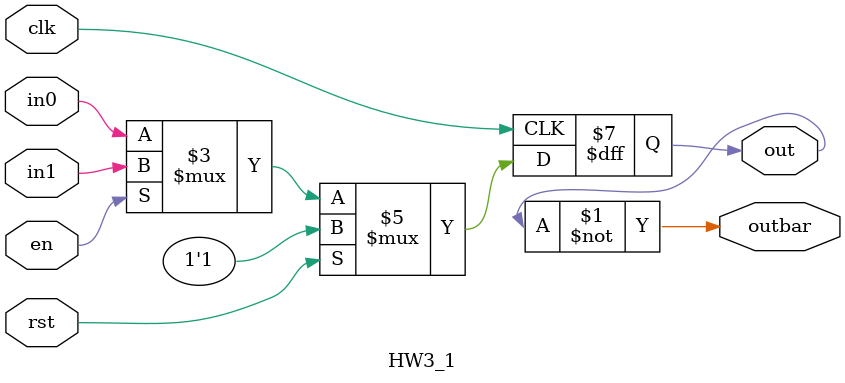
<source format=v>
`timescale 1ns / 1ps
module HW3_1 #(parameter SZE = 1)
	 (
	 input [SZE-1:0] in0,
	 input [SZE-1:0] in1,
	 //input  [SZE-1:0] d,
	 input en,
	 input clk,
	 input rst,
	 output reg [SZE-1:0] out,
	 output [SZE-1:0] outbar
    );
	 
	 assign outbar = ~out;
	 //assign d = en ? in1 : in0;
	 
always @(posedge clk)
begin
	if(rst) begin
		out <= {SZE{1'b1}};
	end
	
	else begin
		out <= (en ? in1 : in0);
	end
	
end

endmodule

</source>
